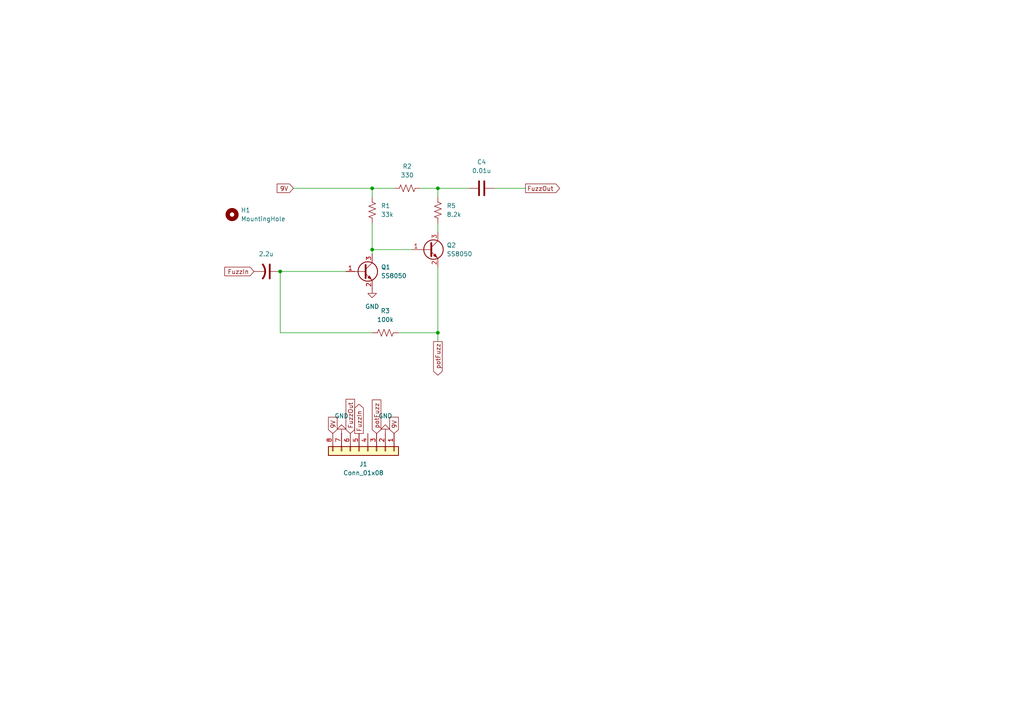
<source format=kicad_sch>
(kicad_sch (version 20250114) (generator "eeschema") (generator_version "9.0")
  (paper "A4")
  (lib_symbols
    (symbol "Connector_Generic:Conn_01x08" (pin_names (offset 1.016) (hide yes))
      (property "Reference" "J" (at 0 10.16 0))
      (property "Value" "Conn_01x08" (at 0 -12.7 0))
      (symbol "Conn_01x08_1_1"
        (rectangle (start -1.27 8.89) (end 1.27 -11.43) (stroke (width 0.254)) (fill (type background)))
        (rectangle (start -1.27 7.747) (end 0 7.493) (stroke (width 0.1524)))
        (rectangle (start -1.27 5.207) (end 0 4.953) (stroke (width 0.1524)))
        (rectangle (start -1.27 2.667) (end 0 2.413) (stroke (width 0.1524)))
        (rectangle (start -1.27 0.127) (end 0 -0.127) (stroke (width 0.1524)))
        (rectangle (start -1.27 -2.413) (end 0 -2.667) (stroke (width 0.1524)))
        (rectangle (start -1.27 -4.953) (end 0 -5.207) (stroke (width 0.1524)))
        (rectangle (start -1.27 -7.493) (end 0 -7.747) (stroke (width 0.1524)))
        (rectangle (start -1.27 -10.033) (end 0 -10.287) (stroke (width 0.1524)))
        (pin passive line (at -5.08 7.62 0) (length 3.81) (name "Pin_1") (number "1"))
        (pin passive line (at -5.08 5.08 0) (length 3.81) (name "Pin_2") (number "2"))
        (pin passive line (at -5.08 2.54 0) (length 3.81) (name "Pin_3") (number "3"))
        (pin passive line (at -5.08 0 0) (length 3.81) (name "Pin_4") (number "4"))
        (pin passive line (at -5.08 -2.54 0) (length 3.81) (name "Pin_5") (number "5"))
        (pin passive line (at -5.08 -5.08 0) (length 3.81) (name "Pin_6") (number "6"))
        (pin passive line (at -5.08 -7.62 0) (length 3.81) (name "Pin_7") (number "7"))
        (pin passive line (at -5.08 -10.16 0) (length 3.81) (name "Pin_8") (number "8"))
      )
    )
    (symbol "Device:C" (pin_numbers (hide yes)) (pin_names (offset 0.254))
      (property "Reference" "C" (at 0.635 2.54 0))
      (property "Value" "C" (at 0.635 -2.54 0))
      (symbol "C_0_1"
        (polyline (pts (xy -2.032 0.762) (xy 2.032 0.762)) (stroke (width 0.508)))
        (polyline (pts (xy -2.032 -0.762) (xy 2.032 -0.762)) (stroke (width 0.508)))
      )
      (symbol "C_1_1"
        (pin passive line (at 0 3.81 270) (length 2.794) (name "~") (number "1"))
        (pin passive line (at 0 -3.81 90) (length 2.794) (name "~") (number "2"))
      )
    )
    (symbol "Device:C_US" (pin_numbers (hide yes)) (pin_names (offset 0.254) (hide yes))
      (property "Reference" "C" (at 0.635 2.54 0))
      (property "Value" "C_US" (at 0.635 -2.54 0))
      (symbol "C_US_0_1"
        (polyline (pts (xy -2.032 0.762) (xy 2.032 0.762)) (stroke (width 0.508)))
        (arc (start -2.032 -1.27) (mid 0 -0.5572) (end 2.032 -1.27) (stroke (width 0.508)))
      )
      (symbol "C_US_1_1"
        (pin passive line (at 0 3.81 270) (length 2.794) (name "~") (number "1"))
        (pin passive line (at 0 -3.81 90) (length 3.302) (name "~") (number "2"))
      )
    )
    (symbol "Device:R_US" (pin_numbers (hide yes)) (pin_names (offset 0))
      (property "Reference" "R" (at 2.54 0 90))
      (property "Value" "R_US" (at -2.54 0 90))
      (symbol "R_US_0_1"
        (polyline (pts (xy 0 2.286) (xy 0 2.54)))
        (polyline (pts (xy 0 2.286) (xy 1.016 1.905) (xy 0 1.524) (xy -1.016 1.143) (xy 0 0.762)))
        (polyline (pts (xy 0 0.762) (xy 1.016 0.381) (xy 0 0) (xy -1.016 -0.381) (xy 0 -0.762)))
        (polyline (pts (xy 0 -0.762) (xy 1.016 -1.143) (xy 0 -1.524) (xy -1.016 -1.905) (xy 0 -2.286)))
        (polyline (pts (xy 0 -2.286) (xy 0 -2.54)))
      )
      (symbol "R_US_1_1"
        (pin passive line (at 0 3.81 270) (length 1.27) (name "~") (number "1"))
        (pin passive line (at 0 -3.81 90) (length 1.27) (name "~") (number "2"))
      )
    )
    (symbol "Mechanical:MountingHole" (pin_names (offset 1.016)) (in_bom no)
      (property "Reference" "H" (at 0 5.08 0))
      (property "Value" "MountingHole" (at 0 3.175 0))
      (symbol "MountingHole_0_1"
        (circle (center 0 0) (radius 1.27) (stroke (width 1.27)))
      )
    )
    (symbol "Transistor_BJT:SS8050" (pin_names (offset 0) (hide yes))
      (property "Reference" "Q" (at 5.08 1.905 0))
      (property "Value" "SS8050" (at 5.08 0 0))
      (symbol "SS8050_0_1"
        (polyline (pts (xy -2.54 0) (xy 0.635 0)))
        (polyline (pts (xy 0.635 1.905) (xy 0.635 -1.905)) (stroke (width 0.508)))
        (circle (center 1.27 0) (radius 2.8194) (stroke (width 0.254)))
      )
      (symbol "SS8050_1_1"
        (polyline (pts (xy 0.635 0.635) (xy 2.54 2.54)))
        (polyline (pts (xy 0.635 -0.635) (xy 2.54 -2.54)))
        (polyline (pts (xy 1.27 -1.778) (xy 1.778 -1.27) (xy 2.286 -2.286) (xy 1.27 -1.778)) (fill (type outline)))
        (pin input line (at -5.08 0 0) (length 2.54) (name "B") (number "1"))
        (pin passive line (at 2.54 5.08 270) (length 2.54) (name "C") (number "3"))
        (pin passive line (at 2.54 -5.08 90) (length 2.54) (name "E") (number "2"))
      )
    )
    (symbol "power:GND" (power) (pin_numbers (hide yes)) (pin_names (offset 0) (hide yes))
      (property "Value" "GND" (at 0 -3.81 0))
      (symbol "GND_0_1"
        (polyline (pts (xy 0 0) (xy 0 -1.27) (xy 1.27 -1.27) (xy 0 -2.54) (xy -1.27 -1.27) (xy 0 -1.27)))
      )
      (symbol "GND_1_1"
        (pin power_in line (at 0 0 270) (length 0) (name "~") (number "1"))
      )
    )
  )
  (junction (at 107.95 72.39))
  (junction (at 107.95 54.61))
  (junction (at 81.28 78.74))
  (junction (at 127 96.52))
  (junction (at 127 54.61))
  (wire (pts (xy 81.28 78.74) (xy 100.33 78.74)))
  (wire (pts (xy 115.57 96.52) (xy 127 96.52)))
  (wire (pts (xy 152.4 54.61) (xy 143.51 54.61)))
  (wire (pts (xy 107.95 57.15) (xy 107.95 54.61)))
  (wire (pts (xy 107.95 72.39) (xy 107.95 73.66)))
  (wire (pts (xy 107.95 64.77) (xy 107.95 72.39)))
  (wire (pts (xy 127 57.15) (xy 127 54.61)))
  (wire (pts (xy 127 67.31) (xy 127 64.77)))
  (wire (pts (xy 107.95 72.39) (xy 119.38 72.39)))
  (wire (pts (xy 127 54.61) (xy 135.89 54.61)))
  (wire (pts (xy 127 54.61) (xy 121.92 54.61)))
  (wire (pts (xy 85.09 54.61) (xy 107.95 54.61)))
  (wire (pts (xy 127 96.52) (xy 127 99.06)))
  (wire (pts (xy 107.95 96.52) (xy 81.28 96.52)))
  (wire (pts (xy 127 77.47) (xy 127 96.52)))
  (wire (pts (xy 107.95 54.61) (xy 114.3 54.61)))
  (wire (pts (xy 81.28 96.52) (xy 81.28 78.74)))
  (global_label "FuzzIn" (shape output) (at 104.14 125.73 90) (property "Intersheetrefs" "${INTERSHEET_REFS}" (effects (hide yes))))
  (global_label "FuzzIn" (shape input) (at 73.66 78.74 180) (property "Intersheetrefs" "${INTERSHEET_REFS}" (effects (hide yes))))
  (global_label "FuzzOut" (shape output) (at 152.4 54.61 0) (property "Intersheetrefs" "${INTERSHEET_REFS}" (effects (hide yes))))
  (global_label "9V" (shape input) (at 85.09 54.61 180) (property "Intersheetrefs" "${INTERSHEET_REFS}" (effects (hide yes))))
  (global_label "9V" (shape input) (at 114.3 125.73 90) (property "Intersheetrefs" "${INTERSHEET_REFS}" (effects (hide yes))))
  (global_label "9V" (shape input) (at 96.52 125.73 90) (property "Intersheetrefs" "${INTERSHEET_REFS}" (effects (hide yes))))
  (global_label "potFuzz" (shape output) (at 127 99.06 270) (property "Intersheetrefs" "${INTERSHEET_REFS}" (effects (hide yes))))
  (global_label "FuzzOut" (shape input) (at 101.6 125.73 90) (property "Intersheetrefs" "${INTERSHEET_REFS}" (effects (hide yes))))
  (global_label "potFuzz" (shape input) (at 109.22 125.73 90) (property "Intersheetrefs" "${INTERSHEET_REFS}" (effects (hide yes))))
  (symbol (lib_id "Device:R_US") (at 118.11 54.61 90) (unit 1)
    (property "Reference" "R2" (at 118.11 48.26 90))
    (property "Value" "330" (at 118.11 50.8 90))
    (property "Footprint" "Resistor_SMD:R_0805_2012Metric" (effects (hide yes)))
    (property "Description" "Resistor, US symbol" (effects (hide yes)))
  )
  (symbol (lib_id "Mechanical:MountingHole") (at 67.31 62.23 0) (unit 1) (in_bom no)
    (property "Reference" "H1" (at 69.85 60.9599 0) (effects (justify left)))
    (property "Value" "MountingHole" (at 69.85 63.4999 0) (effects (justify left)))
    (property "Footprint" "MountingHole:MountingHole_3.5mm" (effects (hide yes)))
    (property "Description" "Mounting Hole without connection" (effects (hide yes)))
  )
  (symbol (lib_id "power:GND") (at 107.95 83.82 0) (unit 1)
    (property "Reference" "#PWR01" (effects (hide yes)))
    (property "Value" "GND" (at 107.95 88.9 0))
    (property "Description" "Power symbol creates a global label with name \"GND\" , ground" (effects (hide yes)))
  )
  (symbol (lib_id "Transistor_BJT:SS8050") (at 124.46 72.39 0) (unit 1)
    (property "Reference" "Q2" (at 129.54 71.1199 0) (effects (justify left)))
    (property "Value" "SS8050" (at 129.54 73.6599 0) (effects (justify left)))
    (property "Footprint" "Package_TO_SOT_SMD:SOT-23" (effects (hide yes)))
    (property "Datasheet" "http://www.secosgmbh.com/datasheet/products/SSMPTransistor/SOT-23/SS8050.pdf" (effects (hide yes)))
    (property "Description" "General Purpose NPN Transistor, 1.5A Ic, 25V Vce, SOT-23" (effects (hide yes)))
  )
  (symbol (lib_id "power:GND") (at 99.06 125.73 180) (unit 1)
    (property "Reference" "#PWR02" (effects (hide yes)))
    (property "Value" "GND" (at 99.06 120.65 0))
    (property "Description" "Power symbol creates a global label with name \"GND\" , ground" (effects (hide yes)))
  )
  (symbol (lib_id "Device:C") (at 139.7 54.61 90) (unit 1)
    (property "Reference" "C4" (at 139.7 46.99 90))
    (property "Value" "0.01u" (at 139.7 49.53 90))
    (property "Footprint" "Capacitor_THT:C_Axial_L3.8mm_D2.6mm_P7.50mm_Horizontal" (effects (hide yes)))
    (property "Description" "Unpolarized capacitor" (effects (hide yes)))
  )
  (symbol (lib_id "Device:C_US") (at 77.47 78.74 270) (unit 1)
    (property "Reference" "C3" (effects (hide yes)))
    (property "Value" "2.2u" (at 77.216 73.66 90))
    (property "Footprint" "Capacitor_Tantalum_SMD:CP_EIA-3528-21_Kemet-B_HandSolder" (effects (hide yes)))
    (property "Description" "capacitor, US symbol" (effects (hide yes)))
  )
  (symbol (lib_id "power:GND") (at 111.76 125.73 180) (unit 1)
    (property "Reference" "#PWR03" (effects (hide yes)))
    (property "Value" "GND" (at 111.76 120.65 0))
    (property "Description" "Power symbol creates a global label with name \"GND\" , ground" (effects (hide yes)))
  )
  (symbol (lib_id "Device:R_US") (at 107.95 60.96 180) (unit 1)
    (property "Reference" "R1" (at 110.49 59.6899 0) (effects (justify right)))
    (property "Value" "33k" (at 110.49 62.2299 0) (effects (justify right)))
    (property "Footprint" "Resistor_SMD:R_0805_2012Metric" (effects (hide yes)))
    (property "Description" "Resistor, US symbol" (effects (hide yes)))
  )
  (symbol (lib_id "Device:R_US") (at 127 60.96 180) (unit 1)
    (property "Reference" "R5" (at 129.54 59.6899 0) (effects (justify right)))
    (property "Value" "8.2k" (at 129.54 62.2299 0) (effects (justify right)))
    (property "Footprint" "Resistor_SMD:R_0805_2012Metric" (effects (hide yes)))
    (property "Description" "Resistor, US symbol" (effects (hide yes)))
  )
  (symbol (lib_id "Transistor_BJT:SS8050") (at 105.41 78.74 0) (unit 1)
    (property "Reference" "Q1" (at 110.49 77.4699 0) (effects (justify left)))
    (property "Value" "SS8050" (at 110.49 80.0099 0) (effects (justify left)))
    (property "Footprint" "Package_TO_SOT_SMD:SOT-23" (effects (hide yes)))
    (property "Datasheet" "http://www.secosgmbh.com/datasheet/products/SSMPTransistor/SOT-23/SS8050.pdf" (effects (hide yes)))
    (property "Description" "General Purpose NPN Transistor, 1.5A Ic, 25V Vce, SOT-23" (effects (hide yes)))
  )
  (symbol (lib_id "Device:R_US") (at 111.76 96.52 90) (unit 1)
    (property "Reference" "R3" (at 111.76 90.17 90))
    (property "Value" "100k" (at 111.76 92.71 90))
    (property "Footprint" "Resistor_SMD:R_1206_3216Metric" (effects (hide yes)))
    (property "Description" "Resistor, US symbol" (effects (hide yes)))
  )
  (symbol (lib_id "Connector_Generic:Conn_01x08") (at 106.68 130.81 270) (unit 1)
    (property "Reference" "J1" (at 105.41 134.62 90))
    (property "Value" "Conn_01x08" (at 105.41 137.16 90))
    (property "Footprint" "Connector_PinHeader_2.00mm:PinHeader_1x08_P2.00mm_Horizontal" (effects (hide yes)))
    (property "Description" "Generic connector, single row, 01x08, script generated (kicad-library-utils/schlib/autogen/connector/)" (effects (hide yes)))
  )
)
</source>
